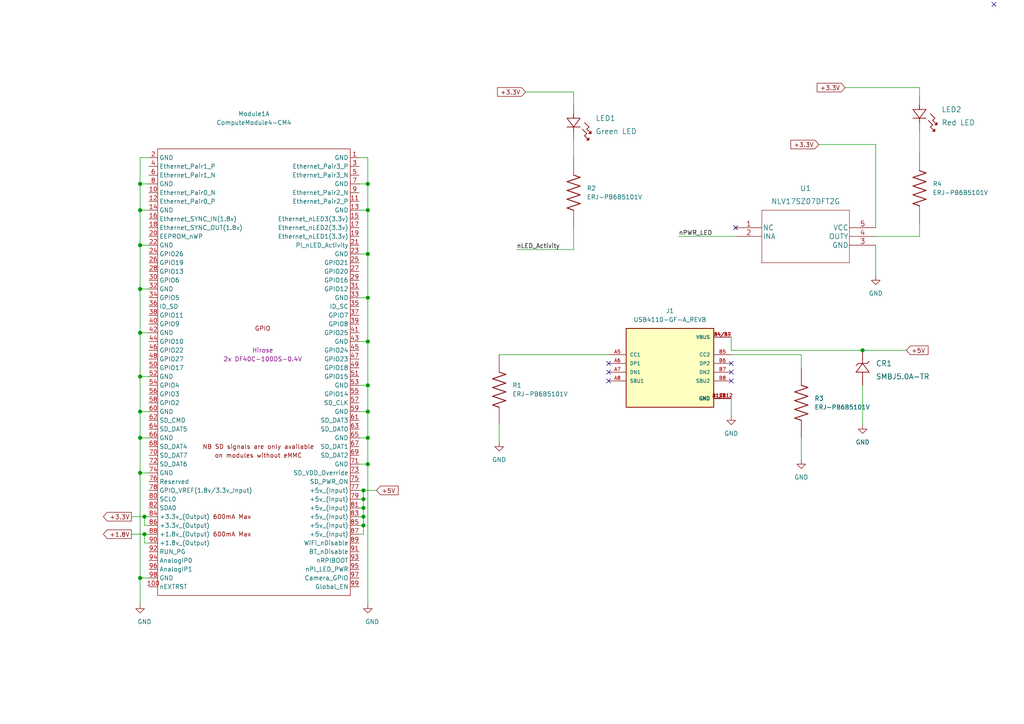
<source format=kicad_sch>
(kicad_sch (version 20210621) (generator eeschema)
  (paper "A4")
  (title_block (title "Raspberry Pi Compute Module 4 HomeServer") (date "2021-08-25") (rev "v01") (comment 2 "creativecommons.org/licenses/by-sa/4.0") (comment 3 "License: CC BY 4.0") (comment 4 "Author: Nicholas Gregg"))
  (lib_symbols
    (symbol "APA2106SUCK:APA2106SURCK" (pin_numbers hide) (pin_names hide)
      (property "Reference" "LED" (at 5.08 -4.445 0))
      (property "Value" "APA2106SURCK" (at 5.08 -7.62 0))
      (symbol "APA2106SURCK_1_1"
        (polyline (pts (xy 2.54 0) (xy 3.4798 0)) (stroke (width 0.2032)))
        (polyline (pts (xy 3.175 0) (xy 3.81 0)) (stroke (width 0.2032)))
        (polyline (pts (xy 3.81 -1.905) (xy 6.35 0)) (stroke (width 0.2032)))
        (polyline (pts (xy 3.81 1.905) (xy 3.81 -1.905)) (stroke (width 0.2032)))
        (polyline (pts (xy 5.08 3.175) (xy 6.35 4.445)) (stroke (width 0.2032)))
        (polyline (pts (xy 6.35 -1.905) (xy 6.35 1.905)) (stroke (width 0.2032)))
        (polyline (pts (xy 6.35 0) (xy 3.81 1.905)) (stroke (width 0.2032)))
        (polyline (pts (xy 6.35 0) (xy 7.62 0)) (stroke (width 0.2032)))
        (polyline (pts (xy 6.35 4.445) (xy 6.985 3.81)) (stroke (width 0.2032)))
        (polyline (pts (xy 6.985 2.54) (xy 8.255 3.81)) (stroke (width 0.2032)))
        (polyline (pts (xy 6.985 3.81) (xy 8.255 5.08)) (stroke (width 0.2032)))
        (polyline (pts (xy 7.62 5.08) (xy 8.255 4.445)) (stroke (width 0.2032)))
        (polyline (pts (xy 8.255 3.81) (xy 8.89 3.175)) (stroke (width 0.2032)))
        (polyline (pts (xy 8.255 4.445) (xy 8.255 5.08)) (stroke (width 0.2032)))
        (polyline (pts (xy 8.255 5.08) (xy 7.62 5.08)) (stroke (width 0.2032)))
        (polyline (pts (xy 8.89 3.175) (xy 10.16 4.445)) (stroke (width 0.2032)))
        (polyline (pts (xy 9.525 4.445) (xy 10.16 3.81)) (stroke (width 0.2032)))
        (polyline (pts (xy 10.16 3.81) (xy 10.16 4.445)) (stroke (width 0.2032)))
        (polyline (pts (xy 10.16 4.445) (xy 9.525 4.445)) (stroke (width 0.2032)))
        (pin unspecified line (at 10.16 0 180) (length 2.54) (name "1") (number "1"))
        (pin unspecified line (at 0 0 0) (length 2.54) (name "2") (number "2"))
      )
    )
    (symbol "CM4IO:ComputeModule4-CM4"
      (property "Reference" "Module" (at 113.03 -68.58 0))
      (property "Value" "ComputeModule4-CM4" (at 140.97 2.54 0))
      (property "Manufacturer" "Hirose" (at 0 0 0))
      (property "MPN" "2x DF40C-100DS-0.4V" (at 0 -2.54 0))
      (property "MPN (Alt)" "2x DF40HC(3.0)-100DS-0.4V" (at 0 0 0))
      (symbol "ComputeModule4-CM4_1_0"
        (text "GPIO" (at 0 6.35 0) (effects (font (size 1.27 1.27))))
      )
      (symbol "ComputeModule4-CM4_1_1"
        (text "600mA Max" (at -8.89 -53.34 0) (effects (font (size 1.27 1.27))))
        (text "600mA Max" (at -8.89 -48.26 0) (effects (font (size 1.27 1.27))))
        (text "NB SD signals are only available" (at -1.27 -27.94 0) (effects (font (size 1.27 1.27))))
        (text "on modules without eMMC" (at -1.27 -30.48 0) (effects (font (size 1.27 1.27))))
        (rectangle (start -30.48 -71.12) (end 25.4 58.42))
        (pin power_in line (at 27.94 55.88 180) (length 2.54) (name "GND") (number "1"))
        (pin passive line (at -33.02 45.72 0) (length 2.54) (name "Ethernet_Pair0_N") (number "10"))
        (pin output line (at -33.02 -68.58 0) (length 2.54) (name "nEXTRST") (number "100"))
        (pin passive line (at 27.94 43.18 180) (length 2.54) (name "Ethernet_Pair2_P") (number "11"))
        (pin passive line (at -33.02 43.18 0) (length 2.54) (name "Ethernet_Pair0_P") (number "12"))
        (pin power_in line (at 27.94 40.64 180) (length 2.54) (name "GND") (number "13"))
        (pin power_in line (at -33.02 40.64 0) (length 2.54) (name "GND") (number "14"))
        (pin output line (at 27.94 38.1 180) (length 2.54) (name "Ethernet_nLED3(3.3v)") (number "15"))
        (pin input line (at -33.02 38.1 0) (length 2.54) (name "Ethernet_SYNC_IN(1.8v)") (number "16"))
        (pin output line (at 27.94 35.56 180) (length 2.54) (name "Ethernet_nLED2(3.3v)") (number "17"))
        (pin input line (at -33.02 35.56 0) (length 2.54) (name "Ethernet_SYNC_OUT(1.8v)") (number "18"))
        (pin output line (at 27.94 33.02 180) (length 2.54) (name "Ethernet_nLED1(3.3v)") (number "19"))
        (pin power_in line (at -33.02 55.88 0) (length 2.54) (name "GND") (number "2"))
        (pin passive line (at -33.02 33.02 0) (length 2.54) (name "EEPROM_nWP") (number "20"))
        (pin open_collector line (at 27.94 30.48 180) (length 2.54) (name "PI_nLED_Activity") (number "21"))
        (pin power_in line (at -33.02 30.48 0) (length 2.54) (name "GND") (number "22"))
        (pin power_in line (at 27.94 27.94 180) (length 2.54) (name "GND") (number "23"))
        (pin passive line (at -33.02 27.94 0) (length 2.54) (name "GPIO26") (number "24"))
        (pin passive line (at 27.94 25.4 180) (length 2.54) (name "GPIO21") (number "25"))
        (pin passive line (at -33.02 25.4 0) (length 2.54) (name "GPIO19") (number "26"))
        (pin passive line (at 27.94 22.86 180) (length 2.54) (name "GPIO20") (number "27"))
        (pin passive line (at -33.02 22.86 0) (length 2.54) (name "GPIO13") (number "28"))
        (pin passive line (at 27.94 20.32 180) (length 2.54) (name "GPIO16") (number "29"))
        (pin passive line (at 27.94 53.34 180) (length 2.54) (name "Ethernet_Pair3_P") (number "3"))
        (pin passive line (at -33.02 20.32 0) (length 2.54) (name "GPIO6") (number "30"))
        (pin passive line (at 27.94 17.78 180) (length 2.54) (name "GPIO12") (number "31"))
        (pin power_in line (at -33.02 17.78 0) (length 2.54) (name "GND") (number "32"))
        (pin power_in line (at 27.94 15.24 180) (length 2.54) (name "GND") (number "33"))
        (pin passive line (at -33.02 15.24 0) (length 2.54) (name "GPIO5") (number "34"))
        (pin passive line (at 27.94 12.7 180) (length 2.54) (name "ID_SC") (number "35"))
        (pin passive line (at -33.02 12.7 0) (length 2.54) (name "ID_SD") (number "36"))
        (pin passive line (at 27.94 10.16 180) (length 2.54) (name "GPIO7") (number "37"))
        (pin passive line (at -33.02 10.16 0) (length 2.54) (name "GPIO11") (number "38"))
        (pin passive line (at 27.94 7.62 180) (length 2.54) (name "GPIO8") (number "39"))
        (pin passive line (at -33.02 53.34 0) (length 2.54) (name "Ethernet_Pair1_P") (number "4"))
        (pin passive line (at -33.02 7.62 0) (length 2.54) (name "GPIO9") (number "40"))
        (pin passive line (at 27.94 5.08 180) (length 2.54) (name "GPIO25") (number "41"))
        (pin power_in line (at -33.02 5.08 0) (length 2.54) (name "GND") (number "42"))
        (pin power_in line (at 27.94 2.54 180) (length 2.54) (name "GND") (number "43"))
        (pin passive line (at -33.02 2.54 0) (length 2.54) (name "GPIO10") (number "44"))
        (pin passive line (at 27.94 0 180) (length 2.54) (name "GPIO24") (number "45"))
        (pin passive line (at -33.02 0 0) (length 2.54) (name "GPIO22") (number "46"))
        (pin passive line (at 27.94 -2.54 180) (length 2.54) (name "GPIO23") (number "47"))
        (pin passive line (at -33.02 -2.54 0) (length 2.54) (name "GPIO27") (number "48"))
        (pin passive line (at 27.94 -5.08 180) (length 2.54) (name "GPIO18") (number "49"))
        (pin passive line (at 27.94 50.8 180) (length 2.54) (name "Ethernet_Pair3_N") (number "5"))
        (pin passive line (at -33.02 -5.08 0) (length 2.54) (name "GPIO17") (number "50"))
        (pin passive line (at 27.94 -7.62 180) (length 2.54) (name "GPIO15") (number "51"))
        (pin power_in line (at -33.02 -7.62 0) (length 2.54) (name "GND") (number "52"))
        (pin power_in line (at 27.94 -10.16 180) (length 2.54) (name "GND") (number "53"))
        (pin passive line (at -33.02 -10.16 0) (length 2.54) (name "GPIO4") (number "54"))
        (pin passive line (at 27.94 -12.7 180) (length 2.54) (name "GPIO14") (number "55"))
        (pin passive line (at -33.02 -12.7 0) (length 2.54) (name "GPIO3") (number "56"))
        (pin passive line (at 27.94 -15.24 180) (length 2.54) (name "SD_CLK") (number "57"))
        (pin passive line (at -33.02 -15.24 0) (length 2.54) (name "GPIO2") (number "58"))
        (pin power_in line (at 27.94 -17.78 180) (length 2.54) (name "GND") (number "59"))
        (pin passive line (at -33.02 50.8 0) (length 2.54) (name "Ethernet_Pair1_N") (number "6"))
        (pin power_in line (at -33.02 -17.78 0) (length 2.54) (name "GND") (number "60"))
        (pin passive line (at 27.94 -20.32 180) (length 2.54) (name "SD_DAT3") (number "61"))
        (pin passive line (at -33.02 -20.32 0) (length 2.54) (name "SD_CMD") (number "62"))
        (pin passive line (at 27.94 -22.86 180) (length 2.54) (name "SD_DAT0") (number "63"))
        (pin passive line (at -33.02 -22.86 0) (length 2.54) (name "SD_DAT5") (number "64"))
        (pin power_in line (at 27.94 -25.4 180) (length 2.54) (name "GND") (number "65"))
        (pin power_in line (at -33.02 -25.4 0) (length 2.54) (name "GND") (number "66"))
        (pin passive line (at 27.94 -27.94 180) (length 2.54) (name "SD_DAT1") (number "67"))
        (pin passive line (at -33.02 -27.94 0) (length 2.54) (name "SD_DAT4") (number "68"))
        (pin passive line (at 27.94 -30.48 180) (length 2.54) (name "SD_DAT2") (number "69"))
        (pin power_in line (at 27.94 48.26 180) (length 2.54) (name "GND") (number "7"))
        (pin passive line (at -33.02 -30.48 0) (length 2.54) (name "SD_DAT7") (number "70"))
        (pin power_in line (at 27.94 -33.02 180) (length 2.54) (name "GND") (number "71"))
        (pin passive line (at -33.02 -33.02 0) (length 2.54) (name "SD_DAT6") (number "72"))
        (pin input line (at 27.94 -35.56 180) (length 2.54) (name "SD_VDD_Override") (number "73"))
        (pin power_in line (at -33.02 -35.56 0) (length 2.54) (name "GND") (number "74"))
        (pin output line (at 27.94 -38.1 180) (length 2.54) (name "SD_PWR_ON") (number "75"))
        (pin passive line (at -33.02 -38.1 0) (length 2.54) (name "Reserved") (number "76"))
        (pin power_in line (at 27.94 -40.64 180) (length 2.54) (name "+5v_(Input)") (number "77"))
        (pin power_in line (at -33.02 -40.64 0) (length 2.54) (name "GPIO_VREF(1.8v/3.3v_Input)") (number "78"))
        (pin power_in line (at 27.94 -43.18 180) (length 2.54) (name "+5v_(Input)") (number "79"))
        (pin power_in line (at -33.02 48.26 0) (length 2.54) (name "GND") (number "8"))
        (pin passive line (at -33.02 -43.18 0) (length 2.54) (name "SCL0") (number "80"))
        (pin power_in line (at 27.94 -45.72 180) (length 2.54) (name "+5v_(Input)") (number "81"))
        (pin passive line (at -33.02 -45.72 0) (length 2.54) (name "SDA0") (number "82"))
        (pin power_in line (at 27.94 -48.26 180) (length 2.54) (name "+5v_(Input)") (number "83"))
        (pin power_out line (at -33.02 -48.26 0) (length 2.54) (name "+3.3v_(Output)") (number "84"))
        (pin power_in line (at 27.94 -50.8 180) (length 2.54) (name "+5v_(Input)") (number "85"))
        (pin power_out line (at -33.02 -50.8 0) (length 2.54) (name "+3.3v_(Output)") (number "86"))
        (pin power_in line (at 27.94 -53.34 180) (length 2.54) (name "+5v_(Input)") (number "87"))
        (pin power_out line (at -33.02 -53.34 0) (length 2.54) (name "+1.8v_(Output)") (number "88"))
        (pin power_in line (at 27.94 -55.88 180) (length 2.54) (name "WiFi_nDisable") (number "89"))
        (pin passive line (at 27.94 45.72 180) (length 2.54) (name "Ethernet_Pair2_N") (number "9"))
        (pin power_out line (at -33.02 -55.88 0) (length 2.54) (name "+1.8v_(Output)") (number "90"))
        (pin power_in line (at 27.94 -58.42 180) (length 2.54) (name "BT_nDisable") (number "91"))
        (pin passive line (at -33.02 -58.42 0) (length 2.54) (name "RUN_PG") (number "92"))
        (pin input line (at 27.94 -60.96 180) (length 2.54) (name "nRPIBOOT") (number "93"))
        (pin passive line (at -33.02 -60.96 0) (length 2.54) (name "AnalogIP0") (number "94"))
        (pin output line (at 27.94 -63.5 180) (length 2.54) (name "nPI_LED_PWR") (number "95"))
        (pin passive line (at -33.02 -63.5 0) (length 2.54) (name "AnalogIP1") (number "96"))
        (pin passive line (at 27.94 -66.04 180) (length 2.54) (name "Camera_GPIO") (number "97"))
        (pin power_in line (at -33.02 -66.04 0) (length 2.54) (name "GND") (number "98"))
        (pin input line (at 27.94 -68.58 180) (length 2.54) (name "Global_EN") (number "99"))
      )
      (symbol "ComputeModule4-CM4_2_1"
        (text "High Speed Serial" (at 140.97 0 0) (effects (font (size 1.27 1.27))))
        (rectangle (start 114.3 -66.04) (end 165.1 63.5))
        (pin input line (at 170.18 60.96 180) (length 5.08) (name "USB_OTG_ID") (number "101"))
        (pin input line (at 109.22 60.96 0) (length 5.08) (name "PCIe_CLK_nREQ") (number "102"))
        (pin passive line (at 170.18 58.42 180) (length 5.08) (name "USB2_N") (number "103"))
        (pin passive line (at 109.22 58.42 0) (length 5.08) (name "Reserved") (number "104"))
        (pin passive line (at 170.18 55.88 180) (length 5.08) (name "USB2_P") (number "105"))
        (pin passive line (at 109.22 55.88 0) (length 5.08) (name "Reserved") (number "106"))
        (pin power_in line (at 170.18 53.34 180) (length 5.08) (name "GND") (number "107"))
        (pin power_in line (at 109.22 53.34 0) (length 5.08) (name "GND") (number "108"))
        (pin bidirectional line (at 170.18 50.8 180) (length 5.08) (name "PCIe_nRST") (number "109"))
        (pin output line (at 109.22 50.8 0) (length 5.08) (name "PCIe_CLK_P") (number "110"))
        (pin passive line (at 170.18 48.26 180) (length 5.08) (name "VDAC_COMP") (number "111"))
        (pin output line (at 109.22 48.26 0) (length 5.08) (name "PCIe_CLK_N") (number "112"))
        (pin power_in line (at 170.18 45.72 180) (length 5.08) (name "GND") (number "113"))
        (pin power_in line (at 109.22 45.72 0) (length 5.08) (name "GND") (number "114"))
        (pin input line (at 170.18 43.18 180) (length 5.08) (name "CAM1_D0_N") (number "115"))
        (pin input line (at 109.22 43.18 0) (length 5.08) (name "PCIe_RX_P") (number "116"))
        (pin input line (at 170.18 40.64 180) (length 5.08) (name "CAM1_D0_P") (number "117"))
        (pin input line (at 109.22 40.64 0) (length 5.08) (name "PCIe_RX_N") (number "118"))
        (pin power_in line (at 170.18 38.1 180) (length 5.08) (name "GND") (number "119"))
        (pin power_in line (at 109.22 38.1 0) (length 5.08) (name "GND") (number "120"))
        (pin input line (at 170.18 35.56 180) (length 5.08) (name "CAM1_D1_N") (number "121"))
        (pin output line (at 109.22 35.56 0) (length 5.08) (name "PCIe_TX_P") (number "122"))
        (pin input line (at 170.18 33.02 180) (length 5.08) (name "CAM1_D1_P") (number "123"))
        (pin output line (at 109.22 33.02 0) (length 5.08) (name "PCIe_TX_N") (number "124"))
        (pin power_in line (at 170.18 30.48 180) (length 5.08) (name "GND") (number "125"))
        (pin power_in line (at 109.22 30.48 0) (length 5.08) (name "GND") (number "126"))
        (pin input line (at 170.18 27.94 180) (length 5.08) (name "CAM1_C_N") (number "127"))
        (pin input line (at 109.22 27.94 0) (length 5.08) (name "CAM0_D0_N") (number "128"))
        (pin input line (at 170.18 25.4 180) (length 5.08) (name "CAM1_C_P") (number "129"))
        (pin input line (at 109.22 25.4 0) (length 5.08) (name "CAM0_D0_P") (number "130"))
        (pin power_in line (at 170.18 22.86 180) (length 5.08) (name "GND") (number "131"))
        (pin power_in line (at 109.22 22.86 0) (length 5.08) (name "GND") (number "132"))
        (pin input line (at 170.18 20.32 180) (length 5.08) (name "CAM1_D2_N") (number "133"))
        (pin input line (at 109.22 20.32 0) (length 5.08) (name "CAM0_D1_N") (number "134"))
        (pin input line (at 170.18 17.78 180) (length 5.08) (name "CAM1_D2_P") (number "135"))
        (pin input line (at 109.22 17.78 0) (length 5.08) (name "CAM0_D1_P") (number "136"))
        (pin power_in line (at 170.18 15.24 180) (length 5.08) (name "GND") (number "137"))
        (pin power_in line (at 109.22 15.24 0) (length 5.08) (name "GND") (number "138"))
        (pin input line (at 170.18 12.7 180) (length 5.08) (name "CAM1_D3_N") (number "139"))
        (pin input line (at 109.22 12.7 0) (length 5.08) (name "CAM0_C_N") (number "140"))
        (pin input line (at 170.18 10.16 180) (length 5.08) (name "CAM1_D3_P") (number "141"))
        (pin input line (at 109.22 10.16 0) (length 5.08) (name "CAM0_C_P") (number "142"))
        (pin input line (at 170.18 7.62 180) (length 5.08) (name "HDMI1_HOTPLUG") (number "143"))
        (pin power_in line (at 109.22 7.62 0) (length 5.08) (name "GND") (number "144"))
        (pin bidirectional line (at 170.18 5.08 180) (length 5.08) (name "HDMI1_SDA") (number "145"))
        (pin output line (at 109.22 5.08 0) (length 5.08) (name "HDMI1_TX2_P") (number "146"))
        (pin open_collector line (at 170.18 2.54 180) (length 5.08) (name "HDMI1_SCL") (number "147"))
        (pin output line (at 109.22 2.54 0) (length 5.08) (name "HDMI1_TX2_N") (number "148"))
        (pin open_collector line (at 170.18 0 180) (length 5.08) (name "HDMI1_CEC") (number "149"))
        (pin power_in line (at 109.22 0 0) (length 5.08) (name "GND") (number "150"))
        (pin open_collector line (at 170.18 -2.54 180) (length 5.08) (name "HDMI0_CEC") (number "151"))
        (pin output line (at 109.22 -2.54 0) (length 5.08) (name "HDMI1_TX1_P") (number "152"))
        (pin input line (at 170.18 -5.08 180) (length 5.08) (name "HDMI0_HOTPLUG") (number "153"))
        (pin output line (at 109.22 -5.08 0) (length 5.08) (name "HDMI1_TX1_N") (number "154"))
        (pin power_in line (at 170.18 -7.62 180) (length 5.08) (name "GND") (number "155"))
        (pin power_in line (at 109.22 -7.62 0) (length 5.08) (name "GND") (number "156"))
        (pin output line (at 170.18 -10.16 180) (length 5.08) (name "DSI0_D0_N") (number "157"))
        (pin output line (at 109.22 -10.16 0) (length 5.08) (name "HDMI1_TX0_P") (number "158"))
        (pin output line (at 170.18 -12.7 180) (length 5.08) (name "DSI0_D0_P") (number "159"))
        (pin output line (at 109.22 -12.7 0) (length 5.08) (name "HDMI1_TX0_N") (number "160"))
        (pin power_in line (at 170.18 -15.24 180) (length 5.08) (name "GND") (number "161"))
        (pin power_in line (at 109.22 -15.24 0) (length 5.08) (name "GND") (number "162"))
        (pin output line (at 170.18 -17.78 180) (length 5.08) (name "DSI0_D1_N") (number "163"))
        (pin output line (at 109.22 -17.78 0) (length 5.08) (name "HDMI1_CLK_P") (number "164"))
        (pin output line (at 170.18 -20.32 180) (length 5.08) (name "DSI0_D1_P") (number "165"))
        (pin output line (at 109.22 -20.32 0) (length 5.08) (name "HDMI1_CLK_N") (number "166"))
        (pin power_in line (at 170.18 -22.86 180) (length 5.08) (name "GND") (number "167"))
        (pin power_in line (at 109.22 -22.86 0) (length 5.08) (name "GND") (number "168"))
        (pin output line (at 170.18 -25.4 180) (length 5.08) (name "DSI0_C_N") (number "169"))
        (pin output line (at 109.22 -25.4 0) (length 5.08) (name "HDMI0_TX2_P") (number "170"))
        (pin output line (at 170.18 -27.94 180) (length 5.08) (name "DSI0_C_P") (number "171"))
        (pin output line (at 109.22 -27.94 0) (length 5.08) (name "HDMI0_TX2_N") (number "172"))
        (pin power_in line (at 170.18 -30.48 180) (length 5.08) (name "GND") (number "173"))
        (pin power_in line (at 109.22 -30.48 0) (length 5.08) (name "GND") (number "174"))
        (pin output line (at 170.18 -33.02 180) (length 5.08) (name "DSI1_D0_N") (number "175"))
        (pin output line (at 109.22 -33.02 0) (length 5.08) (name "HDMI0_TX1_P") (number "176"))
        (pin output line (at 170.18 -35.56 180) (length 5.08) (name "DSI1_D0_P") (number "177"))
        (pin output line (at 109.22 -35.56 0) (length 5.08) (name "HDMI0_TX1_N") (number "178"))
        (pin power_in line (at 170.18 -38.1 180) (length 5.08) (name "GND") (number "179"))
        (pin power_in line (at 109.22 -38.1 0) (length 5.08) (name "GND") (number "180"))
        (pin output line (at 170.18 -40.64 180) (length 5.08) (name "DSI1_D1_N") (number "181"))
        (pin output line (at 109.22 -40.64 0) (length 5.08) (name "HDMI0_TX0_P") (number "182"))
        (pin output line (at 170.18 -43.18 180) (length 5.08) (name "DSI1_D1_P") (number "183"))
        (pin output line (at 109.22 -43.18 0) (length 5.08) (name "HDMI0_TX0_N") (number "184"))
        (pin power_in line (at 170.18 -45.72 180) (length 5.08) (name "GND") (number "185"))
        (pin power_in line (at 109.22 -45.72 0) (length 5.08) (name "GND") (number "186"))
        (pin output line (at 170.18 -48.26 180) (length 5.08) (name "DSI1_C_N") (number "187"))
        (pin output line (at 109.22 -48.26 0) (length 5.08) (name "HDMI0_CLK_P") (number "188"))
        (pin output line (at 170.18 -50.8 180) (length 5.08) (name "DSI1_C_P") (number "189"))
        (pin output line (at 109.22 -50.8 0) (length 5.08) (name "HDMI0_CLK_N") (number "190"))
        (pin power_in line (at 170.18 -53.34 180) (length 5.08) (name "GND") (number "191"))
        (pin power_in line (at 109.22 -53.34 0) (length 5.08) (name "GND") (number "192"))
        (pin output line (at 170.18 -55.88 180) (length 5.08) (name "DSI1_D2_N") (number "193"))
        (pin output line (at 109.22 -55.88 0) (length 5.08) (name "DSI1_D3_N") (number "194"))
        (pin output line (at 170.18 -58.42 180) (length 5.08) (name "DSI1_D2_P") (number "195"))
        (pin output line (at 109.22 -58.42 0) (length 5.08) (name "DSI1_D3_P") (number "196"))
        (pin power_in line (at 170.18 -60.96 180) (length 5.08) (name "GND") (number "197"))
        (pin power_in line (at 109.22 -60.96 0) (length 5.08) (name "GND") (number "198"))
        (pin bidirectional line (at 170.18 -63.5 180) (length 5.08) (name "HDMI0_SDA") (number "199"))
        (pin open_collector line (at 109.22 -63.5 0) (length 5.08) (name "HDMI0_SCL") (number "200"))
      )
    )
    (symbol "ERJ-PB6B5101V:ERJ-PB6B5101V" (pin_numbers hide) (pin_names (offset 1.016) hide)
      (property "Reference" "R" (at -7.62 2.54 0))
      (property "Value" "ERJ-PB6B5101V" (at -7.62 -5.08 0))
      (symbol "ERJ-PB6B5101V_0_0"
        (polyline (pts (xy -5.08 0) (xy -4.445 1.905)) (stroke (width 0.254)))
        (polyline (pts (xy -4.445 1.905) (xy -3.175 -1.905)) (stroke (width 0.254)))
        (polyline (pts (xy -3.175 -1.905) (xy -1.905 1.905)) (stroke (width 0.254)))
        (polyline (pts (xy -1.905 1.905) (xy -0.635 -1.905)) (stroke (width 0.254)))
        (polyline (pts (xy -0.635 -1.905) (xy 0.635 1.905)) (stroke (width 0.254)))
        (polyline (pts (xy 0.635 1.905) (xy 1.905 -1.905)) (stroke (width 0.254)))
        (polyline (pts (xy 1.905 -1.905) (xy 3.175 1.905)) (stroke (width 0.254)))
        (polyline (pts (xy 3.175 1.905) (xy 4.445 -1.905)) (stroke (width 0.254)))
        (polyline (pts (xy 4.445 -1.905) (xy 5.08 0)) (stroke (width 0.254)))
        (pin passive line (at -10.16 0 0) (length 5.08) (name "~") (number "1"))
        (pin passive line (at 10.16 0 180) (length 5.08) (name "~") (number "2"))
      )
    )
    (symbol "NLV17SZ07DFT2G:NLV17SZ07DFT2G" (pin_names (offset 0.254))
      (property "Reference" "U" (at 20.32 10.16 0))
      (property "Value" "NLV17SZ07DFT2G" (at 20.32 7.62 0))
      (symbol "NLV17SZ07DFT2G_1_1"
        (polyline (pts (xy 7.62 -10.16) (xy 33.02 -10.16)) (stroke (width 0.127)))
        (polyline (pts (xy 7.62 5.08) (xy 7.62 -10.16)) (stroke (width 0.127)))
        (polyline (pts (xy 33.02 -10.16) (xy 33.02 5.08)) (stroke (width 0.127)))
        (polyline (pts (xy 33.02 5.08) (xy 7.62 5.08)) (stroke (width 0.127)))
        (pin no_connect line (at 0 0 0) (length 7.62) (name "NC") (number "1"))
        (pin unspecified line (at 0 -2.54 0) (length 7.62) (name "INA") (number "2"))
        (pin power_in line (at 40.64 -5.08 180) (length 7.62) (name "GND") (number "3"))
        (pin output line (at 40.64 -2.54 180) (length 7.62) (name "OUTY") (number "4"))
        (pin power_in line (at 40.64 0 180) (length 7.62) (name "VCC") (number "5"))
      )
    )
    (symbol "SMBJ5.0A-TR:SMBJ5.0A-TR" (pin_numbers hide) (pin_names (offset 1.651) hide)
      (property "Reference" "CR" (at 0 0 0))
      (property "Value" "SMBJ5.0A-TR" (at 1.27 -4.445 0))
      (symbol "SMBJ5.0A-TR_1_1"
        (polyline (pts (xy 2.54 0) (xy 3.81 0)) (stroke (width 0.2032)))
        (polyline (pts (xy 3.175 1.905) (xy 3.81 1.27)) (stroke (width 0.2032)))
        (polyline (pts (xy 3.81 -1.27) (xy 4.445 -1.905)) (stroke (width 0.2032)))
        (polyline (pts (xy 3.81 0) (xy 6.35 -1.905)) (stroke (width 0.2032)))
        (polyline (pts (xy 3.81 1.27) (xy 3.81 -1.27)) (stroke (width 0.2032)))
        (polyline (pts (xy 6.35 -1.905) (xy 6.35 1.905)) (stroke (width 0.2032)))
        (polyline (pts (xy 6.35 1.905) (xy 3.81 0)) (stroke (width 0.2032)))
        (polyline (pts (xy 7.62 0) (xy 6.35 0)) (stroke (width 0.2032)))
        (pin unspecified line (at 0 0 0) (length 2.54) (name "1") (number "1"))
        (pin unspecified line (at 10.16 0 180) (length 2.54) (name "2") (number "2"))
      )
    )
    (symbol "USB4110-GF-A_REVB:USB4110-GF-A_REVB" (pin_names (offset 1.016))
      (property "Reference" "J" (at -12.7 11.43 0))
      (property "Value" "USB4110-GF-A_REVB" (at -12.7 -15.24 0))
      (symbol "USB4110-GF-A_REVB_0_0"
        (rectangle (start -12.7 -12.7) (end 12.7 10.16) (stroke (width 0.254)) (fill (type background)))
        (pin power_in line (at 17.78 -10.16 180) (length 5.08) (name "GND") (number "A1/B12"))
        (pin power_in line (at 17.78 7.62 180) (length 5.08) (name "VBUS") (number "A4/B9"))
        (pin bidirectional line (at -17.78 2.54 0) (length 5.08) (name "CC1") (number "A5"))
        (pin bidirectional line (at -17.78 0 0) (length 5.08) (name "DP1") (number "A6"))
        (pin bidirectional line (at -17.78 -2.54 0) (length 5.08) (name "DN1") (number "A7"))
        (pin bidirectional line (at -17.78 -5.08 0) (length 5.08) (name "SBU1") (number "A8"))
        (pin power_in line (at 17.78 -10.16 180) (length 5.08) (name "GND") (number "B1/A12"))
        (pin power_in line (at 17.78 7.62 180) (length 5.08) (name "VBUS") (number "B4/A9"))
        (pin bidirectional line (at 17.78 2.54 180) (length 5.08) (name "CC2") (number "B5"))
        (pin bidirectional line (at 17.78 0 180) (length 5.08) (name "DP2") (number "B6"))
        (pin bidirectional line (at 17.78 -2.54 180) (length 5.08) (name "DN2") (number "B7"))
        (pin bidirectional line (at 17.78 -5.08 180) (length 5.08) (name "SBU2") (number "B8"))
        (pin power_in line (at 17.78 -10.16 180) (length 5.08) (name "GND") (number "S1"))
        (pin power_in line (at 17.78 -10.16 180) (length 5.08) (name "GND") (number "S2"))
        (pin power_in line (at 17.78 -10.16 180) (length 5.08) (name "GND") (number "S3"))
        (pin power_in line (at 17.78 -10.16 180) (length 5.08) (name "GND") (number "S4"))
      )
    )
    (symbol "power:GND" (power) (pin_names (offset 0))
      (property "Value" "GND" (at 0 -3.81 0))
      (symbol "GND_0_1"
        (polyline (pts (xy 0 0) (xy 0 -1.27) (xy 1.27 -1.27) (xy 0 -2.54) (xy -1.27 -1.27) (xy 0 -1.27)))
      )
      (symbol "GND_1_1"
        (pin power_in line (at 0 0 270) (length 0) hide (name "GND") (number "1"))
      )
    )
  )
  (junction (at 40.64 53.34) (diameter 1.016))
  (junction (at 40.64 60.96) (diameter 1.016))
  (junction (at 40.64 71.12) (diameter 1.016))
  (junction (at 40.64 83.82) (diameter 1.016))
  (junction (at 40.64 96.52) (diameter 1.016))
  (junction (at 40.64 109.22) (diameter 1.016))
  (junction (at 40.64 119.38) (diameter 1.016))
  (junction (at 40.64 127) (diameter 1.016))
  (junction (at 40.64 137.16) (diameter 1.016))
  (junction (at 40.64 167.64) (diameter 1.016))
  (junction (at 41.91 149.86) (diameter 1.016))
  (junction (at 41.91 154.94) (diameter 1.016))
  (junction (at 105.41 142.24) (diameter 1.016))
  (junction (at 105.41 144.78) (diameter 1.016))
  (junction (at 105.41 147.32) (diameter 1.016))
  (junction (at 105.41 149.86) (diameter 1.016))
  (junction (at 105.41 152.4) (diameter 1.016))
  (junction (at 106.68 53.34) (diameter 1.016))
  (junction (at 106.68 60.96) (diameter 1.016))
  (junction (at 106.68 73.66) (diameter 1.016))
  (junction (at 106.68 86.36) (diameter 1.016))
  (junction (at 106.68 99.06) (diameter 1.016))
  (junction (at 106.68 111.76) (diameter 1.016))
  (junction (at 106.68 119.38) (diameter 1.016))
  (junction (at 106.68 127) (diameter 1.016))
  (junction (at 106.68 134.62) (diameter 1.016))
  (junction (at 250.19 101.6) (diameter 1.016))
  (no_connect (at 176.53 105.41))
  (no_connect (at 176.53 107.95))
  (no_connect (at 176.53 110.49))
  (no_connect (at 212.09 105.41))
  (no_connect (at 212.09 107.95))
  (no_connect (at 212.09 110.49))
  (no_connect (at 213.36 66.04))
  (no_connect (at 288.29 1.27))
  (wire (pts (xy 38.1 149.86) (xy 41.91 149.86)))
  (wire (pts (xy 38.1 154.94) (xy 41.91 154.94)))
  (wire (pts (xy 40.64 45.72) (xy 40.64 53.34)))
  (wire (pts (xy 40.64 53.34) (xy 40.64 60.96)))
  (wire (pts (xy 40.64 53.34) (xy 43.18 53.34)))
  (wire (pts (xy 40.64 60.96) (xy 40.64 71.12)))
  (wire (pts (xy 40.64 60.96) (xy 43.18 60.96)))
  (wire (pts (xy 40.64 71.12) (xy 40.64 83.82)))
  (wire (pts (xy 40.64 71.12) (xy 43.18 71.12)))
  (wire (pts (xy 40.64 83.82) (xy 40.64 96.52)))
  (wire (pts (xy 40.64 83.82) (xy 43.18 83.82)))
  (wire (pts (xy 40.64 96.52) (xy 40.64 109.22)))
  (wire (pts (xy 40.64 96.52) (xy 43.18 96.52)))
  (wire (pts (xy 40.64 109.22) (xy 40.64 119.38)))
  (wire (pts (xy 40.64 109.22) (xy 43.18 109.22)))
  (wire (pts (xy 40.64 119.38) (xy 40.64 127)))
  (wire (pts (xy 40.64 119.38) (xy 43.18 119.38)))
  (wire (pts (xy 40.64 127) (xy 40.64 137.16)))
  (wire (pts (xy 40.64 127) (xy 43.18 127)))
  (wire (pts (xy 40.64 137.16) (xy 40.64 167.64)))
  (wire (pts (xy 40.64 137.16) (xy 43.18 137.16)))
  (wire (pts (xy 40.64 167.64) (xy 40.64 175.26)))
  (wire (pts (xy 40.64 167.64) (xy 43.18 167.64)))
  (wire (pts (xy 41.91 149.86) (xy 43.18 149.86)))
  (wire (pts (xy 41.91 152.4) (xy 41.91 149.86)))
  (wire (pts (xy 41.91 154.94) (xy 43.18 154.94)))
  (wire (pts (xy 41.91 157.48) (xy 41.91 154.94)))
  (wire (pts (xy 43.18 45.72) (xy 40.64 45.72)))
  (wire (pts (xy 43.18 152.4) (xy 41.91 152.4)))
  (wire (pts (xy 43.18 157.48) (xy 41.91 157.48)))
  (wire (pts (xy 104.14 45.72) (xy 106.68 45.72)))
  (wire (pts (xy 104.14 53.34) (xy 106.68 53.34)))
  (wire (pts (xy 104.14 60.96) (xy 106.68 60.96)))
  (wire (pts (xy 104.14 73.66) (xy 106.68 73.66)))
  (wire (pts (xy 104.14 86.36) (xy 106.68 86.36)))
  (wire (pts (xy 104.14 99.06) (xy 106.68 99.06)))
  (wire (pts (xy 104.14 111.76) (xy 106.68 111.76)))
  (wire (pts (xy 104.14 119.38) (xy 106.68 119.38)))
  (wire (pts (xy 104.14 127) (xy 106.68 127)))
  (wire (pts (xy 104.14 134.62) (xy 106.68 134.62)))
  (wire (pts (xy 104.14 142.24) (xy 105.41 142.24)))
  (wire (pts (xy 104.14 144.78) (xy 105.41 144.78)))
  (wire (pts (xy 104.14 147.32) (xy 105.41 147.32)))
  (wire (pts (xy 104.14 149.86) (xy 105.41 149.86)))
  (wire (pts (xy 104.14 152.4) (xy 105.41 152.4)))
  (wire (pts (xy 104.14 154.94) (xy 105.41 154.94)))
  (wire (pts (xy 105.41 142.24) (xy 109.22 142.24)))
  (wire (pts (xy 105.41 144.78) (xy 105.41 142.24)))
  (wire (pts (xy 105.41 147.32) (xy 105.41 144.78)))
  (wire (pts (xy 105.41 149.86) (xy 105.41 147.32)))
  (wire (pts (xy 105.41 152.4) (xy 105.41 149.86)))
  (wire (pts (xy 105.41 154.94) (xy 105.41 152.4)))
  (wire (pts (xy 106.68 45.72) (xy 106.68 53.34)))
  (wire (pts (xy 106.68 53.34) (xy 106.68 60.96)))
  (wire (pts (xy 106.68 60.96) (xy 106.68 73.66)))
  (wire (pts (xy 106.68 73.66) (xy 106.68 86.36)))
  (wire (pts (xy 106.68 86.36) (xy 106.68 99.06)))
  (wire (pts (xy 106.68 99.06) (xy 106.68 111.76)))
  (wire (pts (xy 106.68 111.76) (xy 106.68 119.38)))
  (wire (pts (xy 106.68 119.38) (xy 106.68 127)))
  (wire (pts (xy 106.68 127) (xy 106.68 134.62)))
  (wire (pts (xy 106.68 134.62) (xy 106.68 175.26)))
  (wire (pts (xy 144.78 102.87) (xy 176.53 102.87)))
  (wire (pts (xy 144.78 123.19) (xy 144.78 128.27)))
  (wire (pts (xy 149.86 72.39) (xy 166.37 72.39)))
  (wire (pts (xy 152.4 26.67) (xy 166.37 26.67)))
  (wire (pts (xy 166.37 26.67) (xy 166.37 30.48)))
  (wire (pts (xy 166.37 40.64) (xy 166.37 45.72)))
  (wire (pts (xy 166.37 66.04) (xy 166.37 72.39)))
  (wire (pts (xy 196.85 68.58) (xy 213.36 68.58)))
  (wire (pts (xy 212.09 101.6) (xy 212.09 97.79)))
  (wire (pts (xy 212.09 115.57) (xy 212.09 120.65)))
  (wire (pts (xy 232.41 102.87) (xy 212.09 102.87)))
  (wire (pts (xy 232.41 106.68) (xy 232.41 102.87)))
  (wire (pts (xy 232.41 127) (xy 232.41 133.35)))
  (wire (pts (xy 237.49 41.91) (xy 254 41.91)))
  (wire (pts (xy 245.11 25.4) (xy 266.7 25.4)))
  (wire (pts (xy 250.19 101.6) (xy 212.09 101.6)))
  (wire (pts (xy 250.19 101.6) (xy 262.89 101.6)))
  (wire (pts (xy 250.19 111.76) (xy 250.19 123.19)))
  (wire (pts (xy 254 41.91) (xy 254 66.04)))
  (wire (pts (xy 254 71.12) (xy 254 80.01)))
  (wire (pts (xy 266.7 25.4) (xy 266.7 27.94)))
  (wire (pts (xy 266.7 38.1) (xy 266.7 44.45)))
  (wire (pts (xy 266.7 64.77) (xy 266.7 68.58)))
  (wire (pts (xy 266.7 68.58) (xy 254 68.58)))
  (label "nLED_Activity" (at 149.86 72.39 0))
  (label "nPWR_LED" (at 196.85 68.58 0))
  (global_label "+3.3V" (shape output) (at 38.1 149.86 180) (property "Intersheet References" "${INTERSHEET_REFS}" (effects hide)))
  (global_label "+1.8V" (shape output) (at 38.1 154.94 180) (property "Intersheet References" "${INTERSHEET_REFS}" (effects hide)))
  (global_label "+5V" (shape input) (at 109.22 142.24 0) (property "Intersheet References" "${INTERSHEET_REFS}" (effects hide)))
  (global_label "+3.3V" (shape input) (at 152.4 26.67 180) (property "Intersheet References" "${INTERSHEET_REFS}" (effects hide)))
  (global_label "+3.3V" (shape input) (at 237.49 41.91 180) (property "Intersheet References" "${INTERSHEET_REFS}" (effects hide)))
  (global_label "+3.3V" (shape input) (at 245.11 25.4 180) (property "Intersheet References" "${INTERSHEET_REFS}" (effects hide)))
  (global_label "+5V" (shape input) (at 262.89 101.6 0) (property "Intersheet References" "${INTERSHEET_REFS}" (effects hide)))
  (symbol (lib_id "power:GND") (at 40.64 175.26 0) (unit 1)
    (property "Reference" "#PWR01" (effects hide))
    (property "Value" "GND" (at 41.91 180.34 0))
  )
  (symbol (lib_id "power:GND") (at 106.68 175.26 0) (unit 1)
    (property "Reference" "#PWR02" (effects hide))
    (property "Value" "GND" (at 107.95 180.34 0))
  )
  (symbol (lib_id "power:GND") (at 144.78 128.27 0) (unit 1)
    (property "Reference" "#PWR03" (effects hide))
    (property "Value" "GND" (at 144.78 133.35 0))
  )
  (symbol (lib_id "power:GND") (at 212.09 120.65 0) (unit 1)
    (property "Reference" "#PWR04" (effects hide))
    (property "Value" "GND" (at 212.09 125.73 0))
  )
  (symbol (lib_id "power:GND") (at 232.41 133.35 0) (unit 1)
    (property "Reference" "#PWR05" (effects hide))
    (property "Value" "GND" (at 232.41 138.43 0))
  )
  (symbol (lib_id "power:GND") (at 250.19 123.19 0) (unit 1)
    (property "Reference" "#PWR06" (effects hide))
    (property "Value" "GND" (at 250.19 128.27 0))
  )
  (symbol (lib_id "power:GND") (at 254 80.01 0) (unit 1)
    (property "Reference" "#PWR07" (effects hide))
    (property "Value" "GND" (at 254 85.09 0))
  )
  (symbol (lib_id "SMBJ5.0A-TR:SMBJ5.0A-TR") (at 250.19 101.6 270) (unit 1)
    (property "Reference" "CR1" (at 254 105.41 90) (effects (font (size 1.524 1.524)) (justify left)))
    (property "Value" "SMBJ5.0A-TR" (at 254 109.22 90) (effects (font (size 1.524 1.524)) (justify left)))
    (property "Footprint" "SMBJ5.0A-TR:SMBJ5.0A-TR" (effects hide))
  )
  (symbol (lib_id "APA2106SUCK:APA2106SURCK") (at 166.37 30.48 270) (unit 1)
    (property "Reference" "LED1" (at 172.72 34.29 90) (effects (font (size 1.524 1.524)) (justify left)))
    (property "Value" "Green LED" (at 172.72 38.1 90) (effects (font (size 1.524 1.524)) (justify left)))
    (property "Footprint" "APA2106SUCK:APA2106SUCK" (effects hide))
  )
  (symbol (lib_id "APA2106SUCK:APA2106SURCK") (at 266.7 27.94 270) (unit 1)
    (property "Reference" "LED2" (at 273.05 31.75 90) (effects (font (size 1.524 1.524)) (justify left)))
    (property "Value" "Red LED" (at 273.05 35.56 90) (effects (font (size 1.524 1.524)) (justify left)))
    (property "Footprint" "APA2106SUCK:APA2106SUCK" (effects hide))
  )
  (symbol (lib_id "ERJ-PB6B5101V:ERJ-PB6B5101V") (at 144.78 113.03 270) (unit 1)
    (property "Reference" "R1" (at 148.59 111.7599 90) (effects (justify left)))
    (property "Value" "ERJ-PB6B5101V" (at 148.59 114.2999 90) (effects (justify left)))
    (property "Footprint" "ERJ-PB6B5101V:RESC2012X70N" (effects hide))
  )
  (symbol (lib_id "ERJ-PB6B5101V:ERJ-PB6B5101V") (at 166.37 55.88 270) (unit 1)
    (property "Reference" "R2" (at 170.18 54.6099 90) (effects (justify left)))
    (property "Value" "ERJ-PB6B5101V" (at 170.18 57.1499 90) (effects (justify left)))
    (property "Footprint" "ERJ-PB6B5101V:RESC2012X70N" (effects hide))
  )
  (symbol (lib_id "ERJ-PB6B5101V:ERJ-PB6B5101V") (at 232.41 116.84 270) (unit 1)
    (property "Reference" "R3" (at 236.22 115.5699 90) (effects (justify left)))
    (property "Value" "ERJ-PB6B5101V" (at 236.22 118.1099 90) (effects (justify left)))
    (property "Footprint" "ERJ-PB6B5101V:RESC2012X70N" (effects hide))
  )
  (symbol (lib_id "ERJ-PB6B5101V:ERJ-PB6B5101V") (at 266.7 54.61 270) (unit 1)
    (property "Reference" "R4" (at 270.51 53.3399 90) (effects (justify left)))
    (property "Value" "ERJ-PB6B5101V" (at 270.51 55.8799 90) (effects (justify left)))
    (property "Footprint" "ERJ-PB6B5101V:RESC2012X70N" (effects hide))
  )
  (symbol (lib_id "NLV17SZ07DFT2G:NLV17SZ07DFT2G") (at 213.36 66.04 0) (unit 1)
    (property "Reference" "U1" (at 233.68 54.61 0) (effects (font (size 1.524 1.524))))
    (property "Value" "NLV17SZ07DFT2G" (at 233.68 58.42 0) (effects (font (size 1.524 1.524))))
    (property "Footprint" "NLV17SZ07DFT2G:NLV17SZ07DFT2G" (effects hide))
  )
  (symbol (lib_id "USB4110-GF-A_REVB:USB4110-GF-A_REVB") (at 194.31 105.41 0) (unit 1)
    (property "Reference" "J1" (at 194.31 90.17 0))
    (property "Value" "USB4110-GF-A_REVB" (at 194.31 92.71 0))
    (property "Footprint" "USB4110-GF-A_REVB:GCT_USB4110-GF-A_REVB" (effects hide))
    (property "MAXIMUM_PACKAGE_HEIGHT" "3.26 mm" (effects hide))
    (property "MANUFACTURER" "GCT" (effects hide))
    (property "PARTREV" "B" (effects hide))
    (property "STANDARD" "Manufacturer Recommendations" (effects hide))
  )
  (symbol (lib_id "CM4IO:ComputeModule4-CM4") (at 76.2 101.6 0) (unit 1)
    (property "Reference" "Module1" (at 73.66 33.02 0))
    (property "Value" "ComputeModule4-CM4" (at 73.66 35.56 0))
    (property "Footprint" "CM4IO:Raspberry-Pi-4-Compute-Module" (effects hide))
    (property "Manufacturer" "Hirose" (at 76.2 101.6 0))
    (property "MPN" "2x DF40C-100DS-0.4V" (at 76.2 104.14 0))
    (property "Digi-Key_PN" "2x H11615CT-ND" (effects hide))
    (property "Digi-Key_PN (Alt)" "2x H124602CT-ND" (effects hide))
  )
)
</source>
